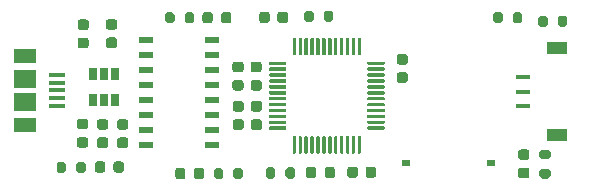
<source format=gbr>
%TF.GenerationSoftware,KiCad,Pcbnew,(5.1.8-0-10_14)*%
%TF.CreationDate,2021-04-16T18:19:52+02:00*%
%TF.ProjectId,SimpleCANAdapter,53696d70-6c65-4434-914e-416461707465,rev?*%
%TF.SameCoordinates,Original*%
%TF.FileFunction,Paste,Top*%
%TF.FilePolarity,Positive*%
%FSLAX46Y46*%
G04 Gerber Fmt 4.6, Leading zero omitted, Abs format (unit mm)*
G04 Created by KiCad (PCBNEW (5.1.8-0-10_14)) date 2021-04-16 18:19:52*
%MOMM*%
%LPD*%
G01*
G04 APERTURE LIST*
%ADD10R,1.350000X0.400000*%
%ADD11R,1.900000X1.500000*%
%ADD12R,1.900000X1.200000*%
%ADD13R,1.200000X0.600000*%
%ADD14R,1.200000X0.350000*%
%ADD15R,1.800000X1.100000*%
%ADD16R,0.650000X1.060000*%
%ADD17R,0.800000X0.600000*%
G04 APERTURE END LIST*
D10*
%TO.C,J2*%
X71750000Y-87500000D03*
X71750000Y-88150000D03*
X71750000Y-88800000D03*
X71750000Y-89450000D03*
X71750000Y-90100000D03*
D11*
X69050000Y-87800000D03*
X69050000Y-89800000D03*
D12*
X69050000Y-85900000D03*
X69050000Y-91700000D03*
%TD*%
D13*
%TO.C,U5*%
X79230000Y-93445000D03*
X79230000Y-92175000D03*
X79230000Y-90905000D03*
X79230000Y-89635000D03*
X79230000Y-88365000D03*
X79230000Y-87095000D03*
X79230000Y-85825000D03*
X79230000Y-84555000D03*
X84830000Y-84555000D03*
X84830000Y-85825000D03*
X84830000Y-87095000D03*
X84830000Y-88365000D03*
X84830000Y-89635000D03*
X84830000Y-90905000D03*
X84830000Y-92175000D03*
X84830000Y-93445000D03*
%TD*%
%TO.C,D1*%
G36*
G01*
X74937500Y-95556250D02*
X74937500Y-95043750D01*
G75*
G02*
X75156250Y-94825000I218750J0D01*
G01*
X75593750Y-94825000D01*
G75*
G02*
X75812500Y-95043750I0J-218750D01*
G01*
X75812500Y-95556250D01*
G75*
G02*
X75593750Y-95775000I-218750J0D01*
G01*
X75156250Y-95775000D01*
G75*
G02*
X74937500Y-95556250I0J218750D01*
G01*
G37*
G36*
G01*
X76512500Y-95556250D02*
X76512500Y-95043750D01*
G75*
G02*
X76731250Y-94825000I218750J0D01*
G01*
X77168750Y-94825000D01*
G75*
G02*
X77387500Y-95043750I0J-218750D01*
G01*
X77387500Y-95556250D01*
G75*
G02*
X77168750Y-95775000I-218750J0D01*
G01*
X76731250Y-95775000D01*
G75*
G02*
X76512500Y-95556250I0J218750D01*
G01*
G37*
%TD*%
%TO.C,D2*%
G36*
G01*
X93687500Y-95505750D02*
X93687500Y-96018250D01*
G75*
G02*
X93468750Y-96237000I-218750J0D01*
G01*
X93031250Y-96237000D01*
G75*
G02*
X92812500Y-96018250I0J218750D01*
G01*
X92812500Y-95505750D01*
G75*
G02*
X93031250Y-95287000I218750J0D01*
G01*
X93468750Y-95287000D01*
G75*
G02*
X93687500Y-95505750I0J-218750D01*
G01*
G37*
G36*
G01*
X95262500Y-95505750D02*
X95262500Y-96018250D01*
G75*
G02*
X95043750Y-96237000I-218750J0D01*
G01*
X94606250Y-96237000D01*
G75*
G02*
X94387500Y-96018250I0J218750D01*
G01*
X94387500Y-95505750D01*
G75*
G02*
X94606250Y-95287000I218750J0D01*
G01*
X95043750Y-95287000D01*
G75*
G02*
X95262500Y-95505750I0J-218750D01*
G01*
G37*
%TD*%
D14*
%TO.C,J1*%
X111200000Y-90150000D03*
X111200000Y-88900000D03*
X111200000Y-87650000D03*
D15*
X114100000Y-92550000D03*
X114100000Y-85250000D03*
%TD*%
%TO.C,R2*%
G36*
G01*
X114135000Y-83225000D02*
X114135000Y-82675000D01*
G75*
G02*
X114335000Y-82475000I200000J0D01*
G01*
X114735000Y-82475000D01*
G75*
G02*
X114935000Y-82675000I0J-200000D01*
G01*
X114935000Y-83225000D01*
G75*
G02*
X114735000Y-83425000I-200000J0D01*
G01*
X114335000Y-83425000D01*
G75*
G02*
X114135000Y-83225000I0J200000D01*
G01*
G37*
G36*
G01*
X112485000Y-83225000D02*
X112485000Y-82675000D01*
G75*
G02*
X112685000Y-82475000I200000J0D01*
G01*
X113085000Y-82475000D01*
G75*
G02*
X113285000Y-82675000I0J-200000D01*
G01*
X113285000Y-83225000D01*
G75*
G02*
X113085000Y-83425000I-200000J0D01*
G01*
X112685000Y-83425000D01*
G75*
G02*
X112485000Y-83225000I0J200000D01*
G01*
G37*
%TD*%
%TO.C,R3*%
G36*
G01*
X113325000Y-96275000D02*
X112775000Y-96275000D01*
G75*
G02*
X112575000Y-96075000I0J200000D01*
G01*
X112575000Y-95675000D01*
G75*
G02*
X112775000Y-95475000I200000J0D01*
G01*
X113325000Y-95475000D01*
G75*
G02*
X113525000Y-95675000I0J-200000D01*
G01*
X113525000Y-96075000D01*
G75*
G02*
X113325000Y-96275000I-200000J0D01*
G01*
G37*
G36*
G01*
X113325000Y-94625000D02*
X112775000Y-94625000D01*
G75*
G02*
X112575000Y-94425000I0J200000D01*
G01*
X112575000Y-94025000D01*
G75*
G02*
X112775000Y-93825000I200000J0D01*
G01*
X113325000Y-93825000D01*
G75*
G02*
X113525000Y-94025000I0J-200000D01*
G01*
X113525000Y-94425000D01*
G75*
G02*
X113325000Y-94625000I-200000J0D01*
G01*
G37*
%TD*%
%TO.C,R4*%
G36*
G01*
X94326000Y-82811000D02*
X94326000Y-82261000D01*
G75*
G02*
X94526000Y-82061000I200000J0D01*
G01*
X94926000Y-82061000D01*
G75*
G02*
X95126000Y-82261000I0J-200000D01*
G01*
X95126000Y-82811000D01*
G75*
G02*
X94926000Y-83011000I-200000J0D01*
G01*
X94526000Y-83011000D01*
G75*
G02*
X94326000Y-82811000I0J200000D01*
G01*
G37*
G36*
G01*
X92676000Y-82811000D02*
X92676000Y-82261000D01*
G75*
G02*
X92876000Y-82061000I200000J0D01*
G01*
X93276000Y-82061000D01*
G75*
G02*
X93476000Y-82261000I0J-200000D01*
G01*
X93476000Y-82811000D01*
G75*
G02*
X93276000Y-83011000I-200000J0D01*
G01*
X92876000Y-83011000D01*
G75*
G02*
X92676000Y-82811000I0J200000D01*
G01*
G37*
%TD*%
%TO.C,R5*%
G36*
G01*
X72500000Y-95065000D02*
X72500000Y-95615000D01*
G75*
G02*
X72300000Y-95815000I-200000J0D01*
G01*
X71900000Y-95815000D01*
G75*
G02*
X71700000Y-95615000I0J200000D01*
G01*
X71700000Y-95065000D01*
G75*
G02*
X71900000Y-94865000I200000J0D01*
G01*
X72300000Y-94865000D01*
G75*
G02*
X72500000Y-95065000I0J-200000D01*
G01*
G37*
G36*
G01*
X74150000Y-95065000D02*
X74150000Y-95615000D01*
G75*
G02*
X73950000Y-95815000I-200000J0D01*
G01*
X73550000Y-95815000D01*
G75*
G02*
X73350000Y-95615000I0J200000D01*
G01*
X73350000Y-95065000D01*
G75*
G02*
X73550000Y-94865000I200000J0D01*
G01*
X73950000Y-94865000D01*
G75*
G02*
X74150000Y-95065000I0J-200000D01*
G01*
G37*
%TD*%
%TO.C,R6*%
G36*
G01*
X91875000Y-95525000D02*
X91875000Y-96075000D01*
G75*
G02*
X91675000Y-96275000I-200000J0D01*
G01*
X91275000Y-96275000D01*
G75*
G02*
X91075000Y-96075000I0J200000D01*
G01*
X91075000Y-95525000D01*
G75*
G02*
X91275000Y-95325000I200000J0D01*
G01*
X91675000Y-95325000D01*
G75*
G02*
X91875000Y-95525000I0J-200000D01*
G01*
G37*
G36*
G01*
X90225000Y-95525000D02*
X90225000Y-96075000D01*
G75*
G02*
X90025000Y-96275000I-200000J0D01*
G01*
X89625000Y-96275000D01*
G75*
G02*
X89425000Y-96075000I0J200000D01*
G01*
X89425000Y-95525000D01*
G75*
G02*
X89625000Y-95325000I200000J0D01*
G01*
X90025000Y-95325000D01*
G75*
G02*
X90225000Y-95525000I0J-200000D01*
G01*
G37*
%TD*%
D16*
%TO.C,U4*%
X75700000Y-89600000D03*
X76650000Y-89600000D03*
X74750000Y-89600000D03*
X74750000Y-87400000D03*
X75700000Y-87400000D03*
X76650000Y-87400000D03*
%TD*%
%TO.C,C7*%
G36*
G01*
X111000000Y-95350000D02*
X111500000Y-95350000D01*
G75*
G02*
X111725000Y-95575000I0J-225000D01*
G01*
X111725000Y-96025000D01*
G75*
G02*
X111500000Y-96250000I-225000J0D01*
G01*
X111000000Y-96250000D01*
G75*
G02*
X110775000Y-96025000I0J225000D01*
G01*
X110775000Y-95575000D01*
G75*
G02*
X111000000Y-95350000I225000J0D01*
G01*
G37*
G36*
G01*
X111000000Y-93800000D02*
X111500000Y-93800000D01*
G75*
G02*
X111725000Y-94025000I0J-225000D01*
G01*
X111725000Y-94475000D01*
G75*
G02*
X111500000Y-94700000I-225000J0D01*
G01*
X111000000Y-94700000D01*
G75*
G02*
X110775000Y-94475000I0J225000D01*
G01*
X110775000Y-94025000D01*
G75*
G02*
X111000000Y-93800000I225000J0D01*
G01*
G37*
%TD*%
%TO.C,C15*%
G36*
G01*
X73700000Y-84350000D02*
X74200000Y-84350000D01*
G75*
G02*
X74425000Y-84575000I0J-225000D01*
G01*
X74425000Y-85025000D01*
G75*
G02*
X74200000Y-85250000I-225000J0D01*
G01*
X73700000Y-85250000D01*
G75*
G02*
X73475000Y-85025000I0J225000D01*
G01*
X73475000Y-84575000D01*
G75*
G02*
X73700000Y-84350000I225000J0D01*
G01*
G37*
G36*
G01*
X73700000Y-82800000D02*
X74200000Y-82800000D01*
G75*
G02*
X74425000Y-83025000I0J-225000D01*
G01*
X74425000Y-83475000D01*
G75*
G02*
X74200000Y-83700000I-225000J0D01*
G01*
X73700000Y-83700000D01*
G75*
G02*
X73475000Y-83475000I0J225000D01*
G01*
X73475000Y-83025000D01*
G75*
G02*
X73700000Y-82800000I225000J0D01*
G01*
G37*
%TD*%
%TO.C,C16*%
G36*
G01*
X77540000Y-93690000D02*
X77040000Y-93690000D01*
G75*
G02*
X76815000Y-93465000I0J225000D01*
G01*
X76815000Y-93015000D01*
G75*
G02*
X77040000Y-92790000I225000J0D01*
G01*
X77540000Y-92790000D01*
G75*
G02*
X77765000Y-93015000I0J-225000D01*
G01*
X77765000Y-93465000D01*
G75*
G02*
X77540000Y-93690000I-225000J0D01*
G01*
G37*
G36*
G01*
X77540000Y-92140000D02*
X77040000Y-92140000D01*
G75*
G02*
X76815000Y-91915000I0J225000D01*
G01*
X76815000Y-91465000D01*
G75*
G02*
X77040000Y-91240000I225000J0D01*
G01*
X77540000Y-91240000D01*
G75*
G02*
X77765000Y-91465000I0J-225000D01*
G01*
X77765000Y-91915000D01*
G75*
G02*
X77540000Y-92140000I-225000J0D01*
G01*
G37*
%TD*%
%TO.C,C17*%
G36*
G01*
X74140000Y-92115000D02*
X73640000Y-92115000D01*
G75*
G02*
X73415000Y-91890000I0J225000D01*
G01*
X73415000Y-91440000D01*
G75*
G02*
X73640000Y-91215000I225000J0D01*
G01*
X74140000Y-91215000D01*
G75*
G02*
X74365000Y-91440000I0J-225000D01*
G01*
X74365000Y-91890000D01*
G75*
G02*
X74140000Y-92115000I-225000J0D01*
G01*
G37*
G36*
G01*
X74140000Y-93665000D02*
X73640000Y-93665000D01*
G75*
G02*
X73415000Y-93440000I0J225000D01*
G01*
X73415000Y-92990000D01*
G75*
G02*
X73640000Y-92765000I225000J0D01*
G01*
X74140000Y-92765000D01*
G75*
G02*
X74365000Y-92990000I0J-225000D01*
G01*
X74365000Y-93440000D01*
G75*
G02*
X74140000Y-93665000I-225000J0D01*
G01*
G37*
%TD*%
%TO.C,C18*%
G36*
G01*
X76100000Y-84325000D02*
X76600000Y-84325000D01*
G75*
G02*
X76825000Y-84550000I0J-225000D01*
G01*
X76825000Y-85000000D01*
G75*
G02*
X76600000Y-85225000I-225000J0D01*
G01*
X76100000Y-85225000D01*
G75*
G02*
X75875000Y-85000000I0J225000D01*
G01*
X75875000Y-84550000D01*
G75*
G02*
X76100000Y-84325000I225000J0D01*
G01*
G37*
G36*
G01*
X76100000Y-82775000D02*
X76600000Y-82775000D01*
G75*
G02*
X76825000Y-83000000I0J-225000D01*
G01*
X76825000Y-83450000D01*
G75*
G02*
X76600000Y-83675000I-225000J0D01*
G01*
X76100000Y-83675000D01*
G75*
G02*
X75875000Y-83450000I0J225000D01*
G01*
X75875000Y-83000000D01*
G75*
G02*
X76100000Y-82775000I225000J0D01*
G01*
G37*
%TD*%
%TO.C,C19*%
G36*
G01*
X75840000Y-93690000D02*
X75340000Y-93690000D01*
G75*
G02*
X75115000Y-93465000I0J225000D01*
G01*
X75115000Y-93015000D01*
G75*
G02*
X75340000Y-92790000I225000J0D01*
G01*
X75840000Y-92790000D01*
G75*
G02*
X76065000Y-93015000I0J-225000D01*
G01*
X76065000Y-93465000D01*
G75*
G02*
X75840000Y-93690000I-225000J0D01*
G01*
G37*
G36*
G01*
X75840000Y-92140000D02*
X75340000Y-92140000D01*
G75*
G02*
X75115000Y-91915000I0J225000D01*
G01*
X75115000Y-91465000D01*
G75*
G02*
X75340000Y-91240000I225000J0D01*
G01*
X75840000Y-91240000D01*
G75*
G02*
X76065000Y-91465000I0J-225000D01*
G01*
X76065000Y-91915000D01*
G75*
G02*
X75840000Y-92140000I-225000J0D01*
G01*
G37*
%TD*%
%TO.C,D3*%
G36*
G01*
X83310000Y-96106250D02*
X83310000Y-95593750D01*
G75*
G02*
X83528750Y-95375000I218750J0D01*
G01*
X83966250Y-95375000D01*
G75*
G02*
X84185000Y-95593750I0J-218750D01*
G01*
X84185000Y-96106250D01*
G75*
G02*
X83966250Y-96325000I-218750J0D01*
G01*
X83528750Y-96325000D01*
G75*
G02*
X83310000Y-96106250I0J218750D01*
G01*
G37*
G36*
G01*
X81735000Y-96106250D02*
X81735000Y-95593750D01*
G75*
G02*
X81953750Y-95375000I218750J0D01*
G01*
X82391250Y-95375000D01*
G75*
G02*
X82610000Y-95593750I0J-218750D01*
G01*
X82610000Y-96106250D01*
G75*
G02*
X82391250Y-96325000I-218750J0D01*
G01*
X81953750Y-96325000D01*
G75*
G02*
X81735000Y-96106250I0J218750D01*
G01*
G37*
%TD*%
%TO.C,D4*%
G36*
G01*
X86497500Y-82393750D02*
X86497500Y-82906250D01*
G75*
G02*
X86278750Y-83125000I-218750J0D01*
G01*
X85841250Y-83125000D01*
G75*
G02*
X85622500Y-82906250I0J218750D01*
G01*
X85622500Y-82393750D01*
G75*
G02*
X85841250Y-82175000I218750J0D01*
G01*
X86278750Y-82175000D01*
G75*
G02*
X86497500Y-82393750I0J-218750D01*
G01*
G37*
G36*
G01*
X84922500Y-82393750D02*
X84922500Y-82906250D01*
G75*
G02*
X84703750Y-83125000I-218750J0D01*
G01*
X84266250Y-83125000D01*
G75*
G02*
X84047500Y-82906250I0J218750D01*
G01*
X84047500Y-82393750D01*
G75*
G02*
X84266250Y-82175000I218750J0D01*
G01*
X84703750Y-82175000D01*
G75*
G02*
X84922500Y-82393750I0J-218750D01*
G01*
G37*
%TD*%
%TO.C,R7*%
G36*
G01*
X85015000Y-96125000D02*
X85015000Y-95575000D01*
G75*
G02*
X85215000Y-95375000I200000J0D01*
G01*
X85615000Y-95375000D01*
G75*
G02*
X85815000Y-95575000I0J-200000D01*
G01*
X85815000Y-96125000D01*
G75*
G02*
X85615000Y-96325000I-200000J0D01*
G01*
X85215000Y-96325000D01*
G75*
G02*
X85015000Y-96125000I0J200000D01*
G01*
G37*
G36*
G01*
X86665000Y-96125000D02*
X86665000Y-95575000D01*
G75*
G02*
X86865000Y-95375000I200000J0D01*
G01*
X87265000Y-95375000D01*
G75*
G02*
X87465000Y-95575000I0J-200000D01*
G01*
X87465000Y-96125000D01*
G75*
G02*
X87265000Y-96325000I-200000J0D01*
G01*
X86865000Y-96325000D01*
G75*
G02*
X86665000Y-96125000I0J200000D01*
G01*
G37*
%TD*%
%TO.C,R8*%
G36*
G01*
X81685000Y-82385000D02*
X81685000Y-82935000D01*
G75*
G02*
X81485000Y-83135000I-200000J0D01*
G01*
X81085000Y-83135000D01*
G75*
G02*
X80885000Y-82935000I0J200000D01*
G01*
X80885000Y-82385000D01*
G75*
G02*
X81085000Y-82185000I200000J0D01*
G01*
X81485000Y-82185000D01*
G75*
G02*
X81685000Y-82385000I0J-200000D01*
G01*
G37*
G36*
G01*
X83335000Y-82385000D02*
X83335000Y-82935000D01*
G75*
G02*
X83135000Y-83135000I-200000J0D01*
G01*
X82735000Y-83135000D01*
G75*
G02*
X82535000Y-82935000I0J200000D01*
G01*
X82535000Y-82385000D01*
G75*
G02*
X82735000Y-82185000I200000J0D01*
G01*
X83135000Y-82185000D01*
G75*
G02*
X83335000Y-82385000I0J-200000D01*
G01*
G37*
%TD*%
%TO.C,C2*%
G36*
G01*
X100720000Y-85730000D02*
X101220000Y-85730000D01*
G75*
G02*
X101445000Y-85955000I0J-225000D01*
G01*
X101445000Y-86405000D01*
G75*
G02*
X101220000Y-86630000I-225000J0D01*
G01*
X100720000Y-86630000D01*
G75*
G02*
X100495000Y-86405000I0J225000D01*
G01*
X100495000Y-85955000D01*
G75*
G02*
X100720000Y-85730000I225000J0D01*
G01*
G37*
G36*
G01*
X100720000Y-87280000D02*
X101220000Y-87280000D01*
G75*
G02*
X101445000Y-87505000I0J-225000D01*
G01*
X101445000Y-87955000D01*
G75*
G02*
X101220000Y-88180000I-225000J0D01*
G01*
X100720000Y-88180000D01*
G75*
G02*
X100495000Y-87955000I0J225000D01*
G01*
X100495000Y-87505000D01*
G75*
G02*
X100720000Y-87280000I225000J0D01*
G01*
G37*
%TD*%
%TO.C,C3*%
G36*
G01*
X88340000Y-87935000D02*
X88840000Y-87935000D01*
G75*
G02*
X89065000Y-88160000I0J-225000D01*
G01*
X89065000Y-88610000D01*
G75*
G02*
X88840000Y-88835000I-225000J0D01*
G01*
X88340000Y-88835000D01*
G75*
G02*
X88115000Y-88610000I0J225000D01*
G01*
X88115000Y-88160000D01*
G75*
G02*
X88340000Y-87935000I225000J0D01*
G01*
G37*
G36*
G01*
X88340000Y-86385000D02*
X88840000Y-86385000D01*
G75*
G02*
X89065000Y-86610000I0J-225000D01*
G01*
X89065000Y-87060000D01*
G75*
G02*
X88840000Y-87285000I-225000J0D01*
G01*
X88340000Y-87285000D01*
G75*
G02*
X88115000Y-87060000I0J225000D01*
G01*
X88115000Y-86610000D01*
G75*
G02*
X88340000Y-86385000I225000J0D01*
G01*
G37*
%TD*%
%TO.C,C6*%
G36*
G01*
X97205000Y-95490000D02*
X97205000Y-95990000D01*
G75*
G02*
X96980000Y-96215000I-225000J0D01*
G01*
X96530000Y-96215000D01*
G75*
G02*
X96305000Y-95990000I0J225000D01*
G01*
X96305000Y-95490000D01*
G75*
G02*
X96530000Y-95265000I225000J0D01*
G01*
X96980000Y-95265000D01*
G75*
G02*
X97205000Y-95490000I0J-225000D01*
G01*
G37*
G36*
G01*
X98755000Y-95490000D02*
X98755000Y-95990000D01*
G75*
G02*
X98530000Y-96215000I-225000J0D01*
G01*
X98080000Y-96215000D01*
G75*
G02*
X97855000Y-95990000I0J225000D01*
G01*
X97855000Y-95490000D01*
G75*
G02*
X98080000Y-95265000I225000J0D01*
G01*
X98530000Y-95265000D01*
G75*
G02*
X98755000Y-95490000I0J-225000D01*
G01*
G37*
%TD*%
%TO.C,C8*%
G36*
G01*
X90395000Y-82880000D02*
X90395000Y-82380000D01*
G75*
G02*
X90620000Y-82155000I225000J0D01*
G01*
X91070000Y-82155000D01*
G75*
G02*
X91295000Y-82380000I0J-225000D01*
G01*
X91295000Y-82880000D01*
G75*
G02*
X91070000Y-83105000I-225000J0D01*
G01*
X90620000Y-83105000D01*
G75*
G02*
X90395000Y-82880000I0J225000D01*
G01*
G37*
G36*
G01*
X88845000Y-82880000D02*
X88845000Y-82380000D01*
G75*
G02*
X89070000Y-82155000I225000J0D01*
G01*
X89520000Y-82155000D01*
G75*
G02*
X89745000Y-82380000I0J-225000D01*
G01*
X89745000Y-82880000D01*
G75*
G02*
X89520000Y-83105000I-225000J0D01*
G01*
X89070000Y-83105000D01*
G75*
G02*
X88845000Y-82880000I0J225000D01*
G01*
G37*
%TD*%
%TO.C,C10*%
G36*
G01*
X88870000Y-92155000D02*
X88370000Y-92155000D01*
G75*
G02*
X88145000Y-91930000I0J225000D01*
G01*
X88145000Y-91480000D01*
G75*
G02*
X88370000Y-91255000I225000J0D01*
G01*
X88870000Y-91255000D01*
G75*
G02*
X89095000Y-91480000I0J-225000D01*
G01*
X89095000Y-91930000D01*
G75*
G02*
X88870000Y-92155000I-225000J0D01*
G01*
G37*
G36*
G01*
X88870000Y-90605000D02*
X88370000Y-90605000D01*
G75*
G02*
X88145000Y-90380000I0J225000D01*
G01*
X88145000Y-89930000D01*
G75*
G02*
X88370000Y-89705000I225000J0D01*
G01*
X88870000Y-89705000D01*
G75*
G02*
X89095000Y-89930000I0J-225000D01*
G01*
X89095000Y-90380000D01*
G75*
G02*
X88870000Y-90605000I-225000J0D01*
G01*
G37*
%TD*%
%TO.C,U1*%
G36*
G01*
X89680000Y-86585000D02*
X89680000Y-86435000D01*
G75*
G02*
X89755000Y-86360000I75000J0D01*
G01*
X91080000Y-86360000D01*
G75*
G02*
X91155000Y-86435000I0J-75000D01*
G01*
X91155000Y-86585000D01*
G75*
G02*
X91080000Y-86660000I-75000J0D01*
G01*
X89755000Y-86660000D01*
G75*
G02*
X89680000Y-86585000I0J75000D01*
G01*
G37*
G36*
G01*
X89680000Y-87085000D02*
X89680000Y-86935000D01*
G75*
G02*
X89755000Y-86860000I75000J0D01*
G01*
X91080000Y-86860000D01*
G75*
G02*
X91155000Y-86935000I0J-75000D01*
G01*
X91155000Y-87085000D01*
G75*
G02*
X91080000Y-87160000I-75000J0D01*
G01*
X89755000Y-87160000D01*
G75*
G02*
X89680000Y-87085000I0J75000D01*
G01*
G37*
G36*
G01*
X89680000Y-87585000D02*
X89680000Y-87435000D01*
G75*
G02*
X89755000Y-87360000I75000J0D01*
G01*
X91080000Y-87360000D01*
G75*
G02*
X91155000Y-87435000I0J-75000D01*
G01*
X91155000Y-87585000D01*
G75*
G02*
X91080000Y-87660000I-75000J0D01*
G01*
X89755000Y-87660000D01*
G75*
G02*
X89680000Y-87585000I0J75000D01*
G01*
G37*
G36*
G01*
X89680000Y-88085000D02*
X89680000Y-87935000D01*
G75*
G02*
X89755000Y-87860000I75000J0D01*
G01*
X91080000Y-87860000D01*
G75*
G02*
X91155000Y-87935000I0J-75000D01*
G01*
X91155000Y-88085000D01*
G75*
G02*
X91080000Y-88160000I-75000J0D01*
G01*
X89755000Y-88160000D01*
G75*
G02*
X89680000Y-88085000I0J75000D01*
G01*
G37*
G36*
G01*
X89680000Y-88585000D02*
X89680000Y-88435000D01*
G75*
G02*
X89755000Y-88360000I75000J0D01*
G01*
X91080000Y-88360000D01*
G75*
G02*
X91155000Y-88435000I0J-75000D01*
G01*
X91155000Y-88585000D01*
G75*
G02*
X91080000Y-88660000I-75000J0D01*
G01*
X89755000Y-88660000D01*
G75*
G02*
X89680000Y-88585000I0J75000D01*
G01*
G37*
G36*
G01*
X89680000Y-89085000D02*
X89680000Y-88935000D01*
G75*
G02*
X89755000Y-88860000I75000J0D01*
G01*
X91080000Y-88860000D01*
G75*
G02*
X91155000Y-88935000I0J-75000D01*
G01*
X91155000Y-89085000D01*
G75*
G02*
X91080000Y-89160000I-75000J0D01*
G01*
X89755000Y-89160000D01*
G75*
G02*
X89680000Y-89085000I0J75000D01*
G01*
G37*
G36*
G01*
X89680000Y-89585000D02*
X89680000Y-89435000D01*
G75*
G02*
X89755000Y-89360000I75000J0D01*
G01*
X91080000Y-89360000D01*
G75*
G02*
X91155000Y-89435000I0J-75000D01*
G01*
X91155000Y-89585000D01*
G75*
G02*
X91080000Y-89660000I-75000J0D01*
G01*
X89755000Y-89660000D01*
G75*
G02*
X89680000Y-89585000I0J75000D01*
G01*
G37*
G36*
G01*
X89680000Y-90085000D02*
X89680000Y-89935000D01*
G75*
G02*
X89755000Y-89860000I75000J0D01*
G01*
X91080000Y-89860000D01*
G75*
G02*
X91155000Y-89935000I0J-75000D01*
G01*
X91155000Y-90085000D01*
G75*
G02*
X91080000Y-90160000I-75000J0D01*
G01*
X89755000Y-90160000D01*
G75*
G02*
X89680000Y-90085000I0J75000D01*
G01*
G37*
G36*
G01*
X89680000Y-90585000D02*
X89680000Y-90435000D01*
G75*
G02*
X89755000Y-90360000I75000J0D01*
G01*
X91080000Y-90360000D01*
G75*
G02*
X91155000Y-90435000I0J-75000D01*
G01*
X91155000Y-90585000D01*
G75*
G02*
X91080000Y-90660000I-75000J0D01*
G01*
X89755000Y-90660000D01*
G75*
G02*
X89680000Y-90585000I0J75000D01*
G01*
G37*
G36*
G01*
X89680000Y-91085000D02*
X89680000Y-90935000D01*
G75*
G02*
X89755000Y-90860000I75000J0D01*
G01*
X91080000Y-90860000D01*
G75*
G02*
X91155000Y-90935000I0J-75000D01*
G01*
X91155000Y-91085000D01*
G75*
G02*
X91080000Y-91160000I-75000J0D01*
G01*
X89755000Y-91160000D01*
G75*
G02*
X89680000Y-91085000I0J75000D01*
G01*
G37*
G36*
G01*
X89680000Y-91585000D02*
X89680000Y-91435000D01*
G75*
G02*
X89755000Y-91360000I75000J0D01*
G01*
X91080000Y-91360000D01*
G75*
G02*
X91155000Y-91435000I0J-75000D01*
G01*
X91155000Y-91585000D01*
G75*
G02*
X91080000Y-91660000I-75000J0D01*
G01*
X89755000Y-91660000D01*
G75*
G02*
X89680000Y-91585000I0J75000D01*
G01*
G37*
G36*
G01*
X89680000Y-92085000D02*
X89680000Y-91935000D01*
G75*
G02*
X89755000Y-91860000I75000J0D01*
G01*
X91080000Y-91860000D01*
G75*
G02*
X91155000Y-91935000I0J-75000D01*
G01*
X91155000Y-92085000D01*
G75*
G02*
X91080000Y-92160000I-75000J0D01*
G01*
X89755000Y-92160000D01*
G75*
G02*
X89680000Y-92085000I0J75000D01*
G01*
G37*
G36*
G01*
X91680000Y-94085000D02*
X91680000Y-92760000D01*
G75*
G02*
X91755000Y-92685000I75000J0D01*
G01*
X91905000Y-92685000D01*
G75*
G02*
X91980000Y-92760000I0J-75000D01*
G01*
X91980000Y-94085000D01*
G75*
G02*
X91905000Y-94160000I-75000J0D01*
G01*
X91755000Y-94160000D01*
G75*
G02*
X91680000Y-94085000I0J75000D01*
G01*
G37*
G36*
G01*
X92180000Y-94085000D02*
X92180000Y-92760000D01*
G75*
G02*
X92255000Y-92685000I75000J0D01*
G01*
X92405000Y-92685000D01*
G75*
G02*
X92480000Y-92760000I0J-75000D01*
G01*
X92480000Y-94085000D01*
G75*
G02*
X92405000Y-94160000I-75000J0D01*
G01*
X92255000Y-94160000D01*
G75*
G02*
X92180000Y-94085000I0J75000D01*
G01*
G37*
G36*
G01*
X92680000Y-94085000D02*
X92680000Y-92760000D01*
G75*
G02*
X92755000Y-92685000I75000J0D01*
G01*
X92905000Y-92685000D01*
G75*
G02*
X92980000Y-92760000I0J-75000D01*
G01*
X92980000Y-94085000D01*
G75*
G02*
X92905000Y-94160000I-75000J0D01*
G01*
X92755000Y-94160000D01*
G75*
G02*
X92680000Y-94085000I0J75000D01*
G01*
G37*
G36*
G01*
X93180000Y-94085000D02*
X93180000Y-92760000D01*
G75*
G02*
X93255000Y-92685000I75000J0D01*
G01*
X93405000Y-92685000D01*
G75*
G02*
X93480000Y-92760000I0J-75000D01*
G01*
X93480000Y-94085000D01*
G75*
G02*
X93405000Y-94160000I-75000J0D01*
G01*
X93255000Y-94160000D01*
G75*
G02*
X93180000Y-94085000I0J75000D01*
G01*
G37*
G36*
G01*
X93680000Y-94085000D02*
X93680000Y-92760000D01*
G75*
G02*
X93755000Y-92685000I75000J0D01*
G01*
X93905000Y-92685000D01*
G75*
G02*
X93980000Y-92760000I0J-75000D01*
G01*
X93980000Y-94085000D01*
G75*
G02*
X93905000Y-94160000I-75000J0D01*
G01*
X93755000Y-94160000D01*
G75*
G02*
X93680000Y-94085000I0J75000D01*
G01*
G37*
G36*
G01*
X94180000Y-94085000D02*
X94180000Y-92760000D01*
G75*
G02*
X94255000Y-92685000I75000J0D01*
G01*
X94405000Y-92685000D01*
G75*
G02*
X94480000Y-92760000I0J-75000D01*
G01*
X94480000Y-94085000D01*
G75*
G02*
X94405000Y-94160000I-75000J0D01*
G01*
X94255000Y-94160000D01*
G75*
G02*
X94180000Y-94085000I0J75000D01*
G01*
G37*
G36*
G01*
X94680000Y-94085000D02*
X94680000Y-92760000D01*
G75*
G02*
X94755000Y-92685000I75000J0D01*
G01*
X94905000Y-92685000D01*
G75*
G02*
X94980000Y-92760000I0J-75000D01*
G01*
X94980000Y-94085000D01*
G75*
G02*
X94905000Y-94160000I-75000J0D01*
G01*
X94755000Y-94160000D01*
G75*
G02*
X94680000Y-94085000I0J75000D01*
G01*
G37*
G36*
G01*
X95180000Y-94085000D02*
X95180000Y-92760000D01*
G75*
G02*
X95255000Y-92685000I75000J0D01*
G01*
X95405000Y-92685000D01*
G75*
G02*
X95480000Y-92760000I0J-75000D01*
G01*
X95480000Y-94085000D01*
G75*
G02*
X95405000Y-94160000I-75000J0D01*
G01*
X95255000Y-94160000D01*
G75*
G02*
X95180000Y-94085000I0J75000D01*
G01*
G37*
G36*
G01*
X95680000Y-94085000D02*
X95680000Y-92760000D01*
G75*
G02*
X95755000Y-92685000I75000J0D01*
G01*
X95905000Y-92685000D01*
G75*
G02*
X95980000Y-92760000I0J-75000D01*
G01*
X95980000Y-94085000D01*
G75*
G02*
X95905000Y-94160000I-75000J0D01*
G01*
X95755000Y-94160000D01*
G75*
G02*
X95680000Y-94085000I0J75000D01*
G01*
G37*
G36*
G01*
X96180000Y-94085000D02*
X96180000Y-92760000D01*
G75*
G02*
X96255000Y-92685000I75000J0D01*
G01*
X96405000Y-92685000D01*
G75*
G02*
X96480000Y-92760000I0J-75000D01*
G01*
X96480000Y-94085000D01*
G75*
G02*
X96405000Y-94160000I-75000J0D01*
G01*
X96255000Y-94160000D01*
G75*
G02*
X96180000Y-94085000I0J75000D01*
G01*
G37*
G36*
G01*
X96680000Y-94085000D02*
X96680000Y-92760000D01*
G75*
G02*
X96755000Y-92685000I75000J0D01*
G01*
X96905000Y-92685000D01*
G75*
G02*
X96980000Y-92760000I0J-75000D01*
G01*
X96980000Y-94085000D01*
G75*
G02*
X96905000Y-94160000I-75000J0D01*
G01*
X96755000Y-94160000D01*
G75*
G02*
X96680000Y-94085000I0J75000D01*
G01*
G37*
G36*
G01*
X97180000Y-94085000D02*
X97180000Y-92760000D01*
G75*
G02*
X97255000Y-92685000I75000J0D01*
G01*
X97405000Y-92685000D01*
G75*
G02*
X97480000Y-92760000I0J-75000D01*
G01*
X97480000Y-94085000D01*
G75*
G02*
X97405000Y-94160000I-75000J0D01*
G01*
X97255000Y-94160000D01*
G75*
G02*
X97180000Y-94085000I0J75000D01*
G01*
G37*
G36*
G01*
X98005000Y-92085000D02*
X98005000Y-91935000D01*
G75*
G02*
X98080000Y-91860000I75000J0D01*
G01*
X99405000Y-91860000D01*
G75*
G02*
X99480000Y-91935000I0J-75000D01*
G01*
X99480000Y-92085000D01*
G75*
G02*
X99405000Y-92160000I-75000J0D01*
G01*
X98080000Y-92160000D01*
G75*
G02*
X98005000Y-92085000I0J75000D01*
G01*
G37*
G36*
G01*
X98005000Y-91585000D02*
X98005000Y-91435000D01*
G75*
G02*
X98080000Y-91360000I75000J0D01*
G01*
X99405000Y-91360000D01*
G75*
G02*
X99480000Y-91435000I0J-75000D01*
G01*
X99480000Y-91585000D01*
G75*
G02*
X99405000Y-91660000I-75000J0D01*
G01*
X98080000Y-91660000D01*
G75*
G02*
X98005000Y-91585000I0J75000D01*
G01*
G37*
G36*
G01*
X98005000Y-91085000D02*
X98005000Y-90935000D01*
G75*
G02*
X98080000Y-90860000I75000J0D01*
G01*
X99405000Y-90860000D01*
G75*
G02*
X99480000Y-90935000I0J-75000D01*
G01*
X99480000Y-91085000D01*
G75*
G02*
X99405000Y-91160000I-75000J0D01*
G01*
X98080000Y-91160000D01*
G75*
G02*
X98005000Y-91085000I0J75000D01*
G01*
G37*
G36*
G01*
X98005000Y-90585000D02*
X98005000Y-90435000D01*
G75*
G02*
X98080000Y-90360000I75000J0D01*
G01*
X99405000Y-90360000D01*
G75*
G02*
X99480000Y-90435000I0J-75000D01*
G01*
X99480000Y-90585000D01*
G75*
G02*
X99405000Y-90660000I-75000J0D01*
G01*
X98080000Y-90660000D01*
G75*
G02*
X98005000Y-90585000I0J75000D01*
G01*
G37*
G36*
G01*
X98005000Y-90085000D02*
X98005000Y-89935000D01*
G75*
G02*
X98080000Y-89860000I75000J0D01*
G01*
X99405000Y-89860000D01*
G75*
G02*
X99480000Y-89935000I0J-75000D01*
G01*
X99480000Y-90085000D01*
G75*
G02*
X99405000Y-90160000I-75000J0D01*
G01*
X98080000Y-90160000D01*
G75*
G02*
X98005000Y-90085000I0J75000D01*
G01*
G37*
G36*
G01*
X98005000Y-89585000D02*
X98005000Y-89435000D01*
G75*
G02*
X98080000Y-89360000I75000J0D01*
G01*
X99405000Y-89360000D01*
G75*
G02*
X99480000Y-89435000I0J-75000D01*
G01*
X99480000Y-89585000D01*
G75*
G02*
X99405000Y-89660000I-75000J0D01*
G01*
X98080000Y-89660000D01*
G75*
G02*
X98005000Y-89585000I0J75000D01*
G01*
G37*
G36*
G01*
X98005000Y-89085000D02*
X98005000Y-88935000D01*
G75*
G02*
X98080000Y-88860000I75000J0D01*
G01*
X99405000Y-88860000D01*
G75*
G02*
X99480000Y-88935000I0J-75000D01*
G01*
X99480000Y-89085000D01*
G75*
G02*
X99405000Y-89160000I-75000J0D01*
G01*
X98080000Y-89160000D01*
G75*
G02*
X98005000Y-89085000I0J75000D01*
G01*
G37*
G36*
G01*
X98005000Y-88585000D02*
X98005000Y-88435000D01*
G75*
G02*
X98080000Y-88360000I75000J0D01*
G01*
X99405000Y-88360000D01*
G75*
G02*
X99480000Y-88435000I0J-75000D01*
G01*
X99480000Y-88585000D01*
G75*
G02*
X99405000Y-88660000I-75000J0D01*
G01*
X98080000Y-88660000D01*
G75*
G02*
X98005000Y-88585000I0J75000D01*
G01*
G37*
G36*
G01*
X98005000Y-88085000D02*
X98005000Y-87935000D01*
G75*
G02*
X98080000Y-87860000I75000J0D01*
G01*
X99405000Y-87860000D01*
G75*
G02*
X99480000Y-87935000I0J-75000D01*
G01*
X99480000Y-88085000D01*
G75*
G02*
X99405000Y-88160000I-75000J0D01*
G01*
X98080000Y-88160000D01*
G75*
G02*
X98005000Y-88085000I0J75000D01*
G01*
G37*
G36*
G01*
X98005000Y-87585000D02*
X98005000Y-87435000D01*
G75*
G02*
X98080000Y-87360000I75000J0D01*
G01*
X99405000Y-87360000D01*
G75*
G02*
X99480000Y-87435000I0J-75000D01*
G01*
X99480000Y-87585000D01*
G75*
G02*
X99405000Y-87660000I-75000J0D01*
G01*
X98080000Y-87660000D01*
G75*
G02*
X98005000Y-87585000I0J75000D01*
G01*
G37*
G36*
G01*
X98005000Y-87085000D02*
X98005000Y-86935000D01*
G75*
G02*
X98080000Y-86860000I75000J0D01*
G01*
X99405000Y-86860000D01*
G75*
G02*
X99480000Y-86935000I0J-75000D01*
G01*
X99480000Y-87085000D01*
G75*
G02*
X99405000Y-87160000I-75000J0D01*
G01*
X98080000Y-87160000D01*
G75*
G02*
X98005000Y-87085000I0J75000D01*
G01*
G37*
G36*
G01*
X98005000Y-86585000D02*
X98005000Y-86435000D01*
G75*
G02*
X98080000Y-86360000I75000J0D01*
G01*
X99405000Y-86360000D01*
G75*
G02*
X99480000Y-86435000I0J-75000D01*
G01*
X99480000Y-86585000D01*
G75*
G02*
X99405000Y-86660000I-75000J0D01*
G01*
X98080000Y-86660000D01*
G75*
G02*
X98005000Y-86585000I0J75000D01*
G01*
G37*
G36*
G01*
X97180000Y-85760000D02*
X97180000Y-84435000D01*
G75*
G02*
X97255000Y-84360000I75000J0D01*
G01*
X97405000Y-84360000D01*
G75*
G02*
X97480000Y-84435000I0J-75000D01*
G01*
X97480000Y-85760000D01*
G75*
G02*
X97405000Y-85835000I-75000J0D01*
G01*
X97255000Y-85835000D01*
G75*
G02*
X97180000Y-85760000I0J75000D01*
G01*
G37*
G36*
G01*
X96680000Y-85760000D02*
X96680000Y-84435000D01*
G75*
G02*
X96755000Y-84360000I75000J0D01*
G01*
X96905000Y-84360000D01*
G75*
G02*
X96980000Y-84435000I0J-75000D01*
G01*
X96980000Y-85760000D01*
G75*
G02*
X96905000Y-85835000I-75000J0D01*
G01*
X96755000Y-85835000D01*
G75*
G02*
X96680000Y-85760000I0J75000D01*
G01*
G37*
G36*
G01*
X96180000Y-85760000D02*
X96180000Y-84435000D01*
G75*
G02*
X96255000Y-84360000I75000J0D01*
G01*
X96405000Y-84360000D01*
G75*
G02*
X96480000Y-84435000I0J-75000D01*
G01*
X96480000Y-85760000D01*
G75*
G02*
X96405000Y-85835000I-75000J0D01*
G01*
X96255000Y-85835000D01*
G75*
G02*
X96180000Y-85760000I0J75000D01*
G01*
G37*
G36*
G01*
X95680000Y-85760000D02*
X95680000Y-84435000D01*
G75*
G02*
X95755000Y-84360000I75000J0D01*
G01*
X95905000Y-84360000D01*
G75*
G02*
X95980000Y-84435000I0J-75000D01*
G01*
X95980000Y-85760000D01*
G75*
G02*
X95905000Y-85835000I-75000J0D01*
G01*
X95755000Y-85835000D01*
G75*
G02*
X95680000Y-85760000I0J75000D01*
G01*
G37*
G36*
G01*
X95180000Y-85760000D02*
X95180000Y-84435000D01*
G75*
G02*
X95255000Y-84360000I75000J0D01*
G01*
X95405000Y-84360000D01*
G75*
G02*
X95480000Y-84435000I0J-75000D01*
G01*
X95480000Y-85760000D01*
G75*
G02*
X95405000Y-85835000I-75000J0D01*
G01*
X95255000Y-85835000D01*
G75*
G02*
X95180000Y-85760000I0J75000D01*
G01*
G37*
G36*
G01*
X94680000Y-85760000D02*
X94680000Y-84435000D01*
G75*
G02*
X94755000Y-84360000I75000J0D01*
G01*
X94905000Y-84360000D01*
G75*
G02*
X94980000Y-84435000I0J-75000D01*
G01*
X94980000Y-85760000D01*
G75*
G02*
X94905000Y-85835000I-75000J0D01*
G01*
X94755000Y-85835000D01*
G75*
G02*
X94680000Y-85760000I0J75000D01*
G01*
G37*
G36*
G01*
X94180000Y-85760000D02*
X94180000Y-84435000D01*
G75*
G02*
X94255000Y-84360000I75000J0D01*
G01*
X94405000Y-84360000D01*
G75*
G02*
X94480000Y-84435000I0J-75000D01*
G01*
X94480000Y-85760000D01*
G75*
G02*
X94405000Y-85835000I-75000J0D01*
G01*
X94255000Y-85835000D01*
G75*
G02*
X94180000Y-85760000I0J75000D01*
G01*
G37*
G36*
G01*
X93680000Y-85760000D02*
X93680000Y-84435000D01*
G75*
G02*
X93755000Y-84360000I75000J0D01*
G01*
X93905000Y-84360000D01*
G75*
G02*
X93980000Y-84435000I0J-75000D01*
G01*
X93980000Y-85760000D01*
G75*
G02*
X93905000Y-85835000I-75000J0D01*
G01*
X93755000Y-85835000D01*
G75*
G02*
X93680000Y-85760000I0J75000D01*
G01*
G37*
G36*
G01*
X93180000Y-85760000D02*
X93180000Y-84435000D01*
G75*
G02*
X93255000Y-84360000I75000J0D01*
G01*
X93405000Y-84360000D01*
G75*
G02*
X93480000Y-84435000I0J-75000D01*
G01*
X93480000Y-85760000D01*
G75*
G02*
X93405000Y-85835000I-75000J0D01*
G01*
X93255000Y-85835000D01*
G75*
G02*
X93180000Y-85760000I0J75000D01*
G01*
G37*
G36*
G01*
X92680000Y-85760000D02*
X92680000Y-84435000D01*
G75*
G02*
X92755000Y-84360000I75000J0D01*
G01*
X92905000Y-84360000D01*
G75*
G02*
X92980000Y-84435000I0J-75000D01*
G01*
X92980000Y-85760000D01*
G75*
G02*
X92905000Y-85835000I-75000J0D01*
G01*
X92755000Y-85835000D01*
G75*
G02*
X92680000Y-85760000I0J75000D01*
G01*
G37*
G36*
G01*
X92180000Y-85760000D02*
X92180000Y-84435000D01*
G75*
G02*
X92255000Y-84360000I75000J0D01*
G01*
X92405000Y-84360000D01*
G75*
G02*
X92480000Y-84435000I0J-75000D01*
G01*
X92480000Y-85760000D01*
G75*
G02*
X92405000Y-85835000I-75000J0D01*
G01*
X92255000Y-85835000D01*
G75*
G02*
X92180000Y-85760000I0J75000D01*
G01*
G37*
G36*
G01*
X91680000Y-85760000D02*
X91680000Y-84435000D01*
G75*
G02*
X91755000Y-84360000I75000J0D01*
G01*
X91905000Y-84360000D01*
G75*
G02*
X91980000Y-84435000I0J-75000D01*
G01*
X91980000Y-85760000D01*
G75*
G02*
X91905000Y-85835000I-75000J0D01*
G01*
X91755000Y-85835000D01*
G75*
G02*
X91680000Y-85760000I0J75000D01*
G01*
G37*
%TD*%
%TO.C,C12*%
G36*
G01*
X86800000Y-86375000D02*
X87300000Y-86375000D01*
G75*
G02*
X87525000Y-86600000I0J-225000D01*
G01*
X87525000Y-87050000D01*
G75*
G02*
X87300000Y-87275000I-225000J0D01*
G01*
X86800000Y-87275000D01*
G75*
G02*
X86575000Y-87050000I0J225000D01*
G01*
X86575000Y-86600000D01*
G75*
G02*
X86800000Y-86375000I225000J0D01*
G01*
G37*
G36*
G01*
X86800000Y-87925000D02*
X87300000Y-87925000D01*
G75*
G02*
X87525000Y-88150000I0J-225000D01*
G01*
X87525000Y-88600000D01*
G75*
G02*
X87300000Y-88825000I-225000J0D01*
G01*
X86800000Y-88825000D01*
G75*
G02*
X86575000Y-88600000I0J225000D01*
G01*
X86575000Y-88150000D01*
G75*
G02*
X86800000Y-87925000I225000J0D01*
G01*
G37*
%TD*%
%TO.C,C13*%
G36*
G01*
X87330000Y-90605000D02*
X86830000Y-90605000D01*
G75*
G02*
X86605000Y-90380000I0J225000D01*
G01*
X86605000Y-89930000D01*
G75*
G02*
X86830000Y-89705000I225000J0D01*
G01*
X87330000Y-89705000D01*
G75*
G02*
X87555000Y-89930000I0J-225000D01*
G01*
X87555000Y-90380000D01*
G75*
G02*
X87330000Y-90605000I-225000J0D01*
G01*
G37*
G36*
G01*
X87330000Y-92155000D02*
X86830000Y-92155000D01*
G75*
G02*
X86605000Y-91930000I0J225000D01*
G01*
X86605000Y-91480000D01*
G75*
G02*
X86830000Y-91255000I225000J0D01*
G01*
X87330000Y-91255000D01*
G75*
G02*
X87555000Y-91480000I0J-225000D01*
G01*
X87555000Y-91930000D01*
G75*
G02*
X87330000Y-92155000I-225000J0D01*
G01*
G37*
%TD*%
%TO.C,R9*%
G36*
G01*
X111125000Y-82385000D02*
X111125000Y-82935000D01*
G75*
G02*
X110925000Y-83135000I-200000J0D01*
G01*
X110525000Y-83135000D01*
G75*
G02*
X110325000Y-82935000I0J200000D01*
G01*
X110325000Y-82385000D01*
G75*
G02*
X110525000Y-82185000I200000J0D01*
G01*
X110925000Y-82185000D01*
G75*
G02*
X111125000Y-82385000I0J-200000D01*
G01*
G37*
G36*
G01*
X109475000Y-82385000D02*
X109475000Y-82935000D01*
G75*
G02*
X109275000Y-83135000I-200000J0D01*
G01*
X108875000Y-83135000D01*
G75*
G02*
X108675000Y-82935000I0J200000D01*
G01*
X108675000Y-82385000D01*
G75*
G02*
X108875000Y-82185000I200000J0D01*
G01*
X109275000Y-82185000D01*
G75*
G02*
X109475000Y-82385000I0J-200000D01*
G01*
G37*
%TD*%
D17*
%TO.C,SW1*%
X101308960Y-94980000D03*
X108511040Y-94980000D03*
%TD*%
M02*

</source>
